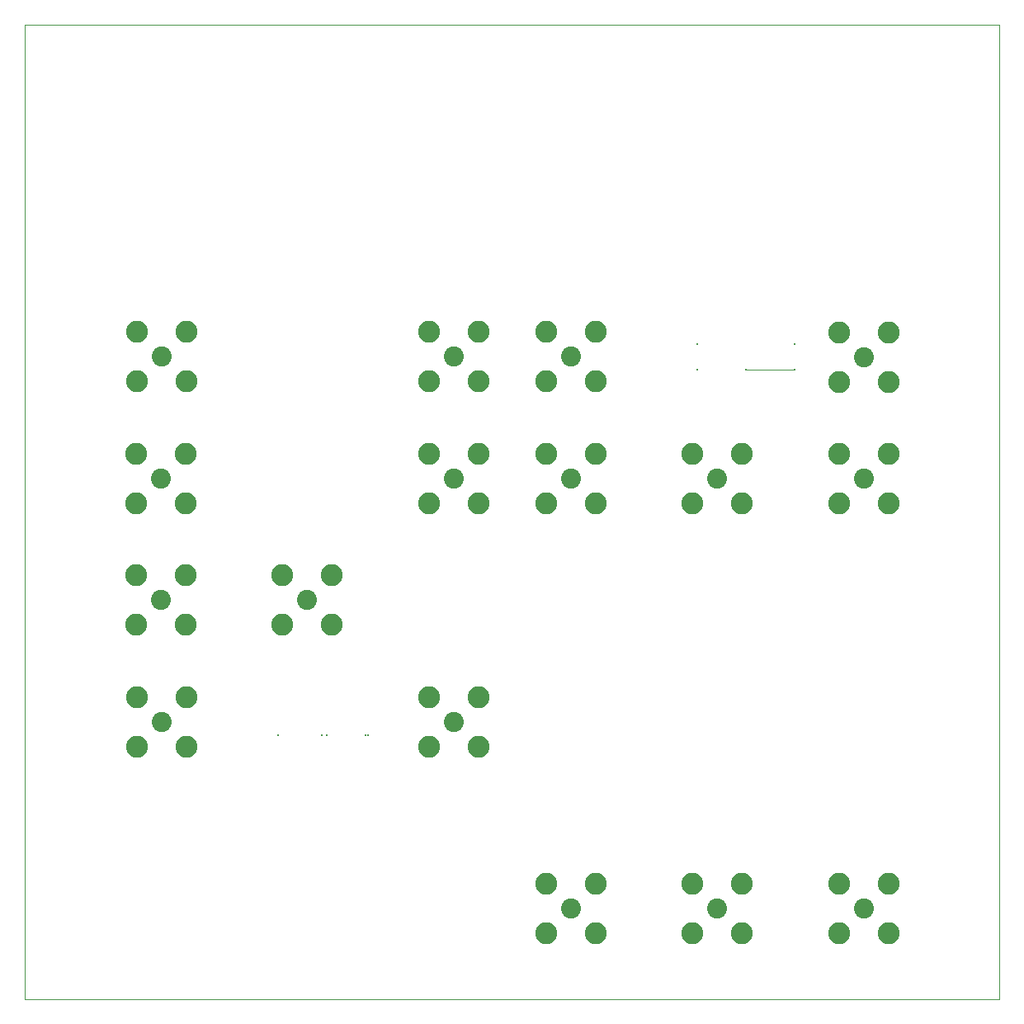
<source format=gbr>
%TF.GenerationSoftware,KiCad,Pcbnew,9.0.3*%
%TF.CreationDate,2026-01-27T12:42:13-08:00*%
%TF.ProjectId,White paper,57686974-6520-4706-9170-65722e6b6963,rev?*%
%TF.SameCoordinates,Original*%
%TF.FileFunction,Copper,L3,Inr*%
%TF.FilePolarity,Positive*%
%FSLAX46Y46*%
G04 Gerber Fmt 4.6, Leading zero omitted, Abs format (unit mm)*
G04 Created by KiCad (PCBNEW 9.0.3) date 2026-01-27 12:42:13*
%MOMM*%
%LPD*%
G01*
G04 APERTURE LIST*
%TA.AperFunction,ComponentPad*%
%ADD10C,2.050000*%
%TD*%
%TA.AperFunction,ComponentPad*%
%ADD11C,2.250000*%
%TD*%
%TA.AperFunction,ViaPad*%
%ADD12C,0.250000*%
%TD*%
%TA.AperFunction,Conductor*%
%ADD13C,0.100000*%
%TD*%
%TA.AperFunction,Profile*%
%ADD14C,0.050000*%
%TD*%
G04 APERTURE END LIST*
D10*
%TO.N,Net-(J1-In)*%
%TO.C,J1*%
X64030000Y-84030000D03*
D11*
%TO.N,GND*%
X61490000Y-81490000D03*
X61490000Y-86570000D03*
X66570000Y-81490000D03*
X66570000Y-86570000D03*
%TD*%
D10*
%TO.N,Net-(J8-In)*%
%TO.C,J8*%
X106060000Y-96530000D03*
D11*
%TO.N,GND*%
X108600000Y-93990000D03*
X103520000Y-93990000D03*
X108600000Y-99070000D03*
X103520000Y-99070000D03*
%TD*%
D10*
%TO.N,Net-(J16-In)*%
%TO.C,J16*%
X121075000Y-96530000D03*
D11*
%TO.N,GND*%
X123615000Y-93990000D03*
X118535000Y-93990000D03*
X123615000Y-99070000D03*
X118535000Y-99070000D03*
%TD*%
D10*
%TO.N,Net-(J4-In)*%
%TO.C,J4*%
X94030000Y-121530000D03*
D11*
%TO.N,GND*%
X91490000Y-118990000D03*
X91490000Y-124070000D03*
X96570000Y-118990000D03*
X96570000Y-124070000D03*
%TD*%
D10*
%TO.N,Net-(J9-In)*%
%TO.C,J9*%
X136090000Y-140700000D03*
D11*
%TO.N,GND*%
X133550000Y-138160000D03*
X133550000Y-143240000D03*
X138630000Y-138160000D03*
X138630000Y-143240000D03*
%TD*%
D10*
%TO.N,Net-(J6-In)*%
%TO.C,J6*%
X136090000Y-84090000D03*
D11*
%TO.N,GND*%
X133550000Y-81550000D03*
X133550000Y-86630000D03*
X138630000Y-81550000D03*
X138630000Y-86630000D03*
%TD*%
D10*
%TO.N,Net-(J3-In)*%
%TO.C,J3*%
X64030000Y-121560000D03*
D11*
%TO.N,GND*%
X61490000Y-119020000D03*
X61490000Y-124100000D03*
X66570000Y-119020000D03*
X66570000Y-124100000D03*
%TD*%
D10*
%TO.N,Net-(J11-In)*%
%TO.C,J12*%
X94030000Y-96530000D03*
D11*
%TO.N,GND*%
X91490000Y-93990000D03*
X91490000Y-99070000D03*
X96570000Y-93990000D03*
X96570000Y-99070000D03*
%TD*%
D10*
%TO.N,Net-(J5-In)*%
%TO.C,J5*%
X106060000Y-84060000D03*
D11*
%TO.N,GND*%
X103520000Y-81520000D03*
X103520000Y-86600000D03*
X108600000Y-81520000D03*
X108600000Y-86600000D03*
%TD*%
D10*
%TO.N,Net-(J11-In)*%
%TO.C,J11*%
X64000000Y-96530000D03*
D11*
%TO.N,GND*%
X61460000Y-93990000D03*
X61460000Y-99070000D03*
X66540000Y-93990000D03*
X66540000Y-99070000D03*
%TD*%
D10*
%TO.N,Net-(J13-In)*%
%TO.C,J13*%
X64000000Y-109030000D03*
D11*
%TO.N,GND*%
X61460000Y-106490000D03*
X61460000Y-111570000D03*
X66540000Y-106490000D03*
X66540000Y-111570000D03*
%TD*%
D10*
%TO.N,Net-(J13-In)*%
%TO.C,J14*%
X79000000Y-109030000D03*
D11*
%TO.N,GND*%
X76460000Y-106490000D03*
X76460000Y-111570000D03*
X81540000Y-106490000D03*
X81540000Y-111570000D03*
%TD*%
D10*
%TO.N,Net-(J10-In)*%
%TO.C,J10*%
X136090000Y-96530000D03*
D11*
%TO.N,GND*%
X133550000Y-93990000D03*
X133550000Y-99070000D03*
X138630000Y-93990000D03*
X138630000Y-99070000D03*
%TD*%
D10*
%TO.N,Net-(J7-In)*%
%TO.C,J7*%
X106060000Y-140700000D03*
D11*
%TO.N,GND*%
X108600000Y-138160000D03*
X103520000Y-138160000D03*
X108600000Y-143240000D03*
X103520000Y-143240000D03*
%TD*%
D10*
%TO.N,Net-(J15-In)*%
%TO.C,J15*%
X121075000Y-140700000D03*
D11*
%TO.N,GND*%
X123615000Y-138160000D03*
X118535000Y-138160000D03*
X123615000Y-143240000D03*
X118535000Y-143240000D03*
%TD*%
D10*
%TO.N,Net-(J2-In)*%
%TO.C,J2*%
X94030000Y-84030000D03*
D11*
%TO.N,GND*%
X91490000Y-81490000D03*
X91490000Y-86570000D03*
X96570000Y-81490000D03*
X96570000Y-86570000D03*
%TD*%
D12*
%TO.N,Net-(J4-In)*%
X85200000Y-122860000D03*
X80500000Y-122860000D03*
X81000000Y-122860000D03*
X85000000Y-122860000D03*
X76000000Y-122860000D03*
%TO.N,Net-(J6-In)*%
X129000000Y-85360000D03*
X124000000Y-85360000D03*
X119000000Y-82760000D03*
X119000000Y-85360000D03*
X129000000Y-82760000D03*
%TD*%
D13*
%TO.N,Net-(J6-In)*%
X124000000Y-85360000D02*
X129000000Y-85360000D01*
%TD*%
D14*
X50000000Y-50000000D02*
X150000000Y-50000000D01*
X150000000Y-150000000D01*
X50000000Y-150000000D01*
X50000000Y-50000000D01*
M02*

</source>
